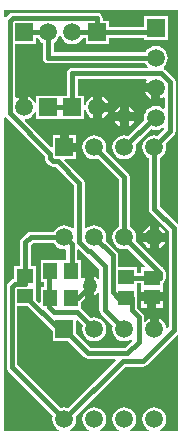
<source format=gbl>
G04 Layer_Physical_Order=2*
G04 Layer_Color=16711680*
%FSAX24Y24*%
%MOIN*%
G70*
G01*
G75*
%ADD10R,0.0591X0.0591*%
%ADD11C,0.0591*%
%ADD12R,0.0591X0.0591*%
%ADD13C,0.0591*%
%ADD14C,0.0500*%
%ADD15R,0.0453X0.0532*%
%ADD16R,0.0532X0.0453*%
%ADD17R,0.0551X0.0512*%
%ADD18C,0.0157*%
G36*
X005800Y006952D02*
X005750Y006931D01*
X005182Y007499D01*
Y009123D01*
X005199Y009130D01*
X005282Y009193D01*
X005345Y009276D01*
X005385Y009372D01*
X005399Y009475D01*
X005385Y009578D01*
X005378Y009596D01*
X005653Y009870D01*
X005653Y009870D01*
X005692Y009930D01*
X005706Y009999D01*
X005706Y009999D01*
Y011646D01*
X005706Y011646D01*
X005692Y011716D01*
X005653Y011775D01*
X005653Y011775D01*
X005367Y012061D01*
X005318Y012094D01*
X005306Y012148D01*
X005332Y012168D01*
X005395Y012251D01*
X005435Y012347D01*
X005449Y012450D01*
X005435Y012553D01*
X005395Y012649D01*
X005332Y012732D01*
X005249Y012795D01*
X005153Y012835D01*
X005050Y012849D01*
X004947Y012835D01*
X004851Y012795D01*
X004768Y012732D01*
X004705Y012649D01*
X004698Y012632D01*
X001641D01*
Y012948D01*
X001658Y012955D01*
X001741Y013018D01*
X001804Y013101D01*
X001836Y013178D01*
X001890D01*
X001922Y013101D01*
X001986Y013018D01*
X002068Y012955D01*
X002164Y012915D01*
X002268Y012901D01*
X002371Y012915D01*
X002467Y012955D01*
X002549Y013018D01*
X002613Y013101D01*
X002620Y013118D01*
X002705D01*
Y012905D01*
X003495D01*
Y013118D01*
X004655D01*
Y013055D01*
X005445D01*
Y013845D01*
X004655D01*
Y013482D01*
X003495D01*
Y013695D01*
X003282D01*
Y013750D01*
X003282Y013750D01*
X003268Y013820D01*
X003229Y013879D01*
X003229Y013879D01*
X003205Y013903D01*
X003146Y013942D01*
X003076Y013956D01*
X003076Y013956D01*
X000281D01*
X000281Y013956D01*
X000211Y013942D01*
X000152Y013903D01*
X000152Y013903D01*
X000050Y013801D01*
X000038Y013802D01*
X000000Y013818D01*
Y014050D01*
X005800D01*
Y006952D01*
D02*
G37*
G36*
X001113Y013101D02*
X001177Y013018D01*
X001259Y012955D01*
X001277Y012948D01*
Y012450D01*
X001290Y012380D01*
X001330Y012321D01*
X001389Y012282D01*
X001459Y012268D01*
X004698D01*
X004705Y012251D01*
X004768Y012168D01*
X004776Y012162D01*
X004760Y012115D01*
X002268D01*
X002198Y012101D01*
X002139Y012061D01*
X002099Y012002D01*
X002085Y011932D01*
Y011195D01*
X001872D01*
Y011195D01*
X001854D01*
Y011195D01*
X001063D01*
Y010965D01*
X001013Y010955D01*
X000995Y010999D01*
X000932Y011082D01*
X000849Y011145D01*
X000800Y011166D01*
Y010800D01*
X000500D01*
Y011166D01*
X000451Y011145D01*
X000408Y011113D01*
X000358Y011137D01*
Y012905D01*
X001045D01*
Y013118D01*
X001106D01*
X001113Y013101D01*
D02*
G37*
G36*
X004744Y011700D02*
X004705Y011649D01*
X004684Y011600D01*
X005050D01*
Y011450D01*
X005200D01*
Y011084D01*
X005249Y011105D01*
X005292Y011137D01*
X005342Y011113D01*
Y010787D01*
X005292Y010763D01*
X005249Y010795D01*
X005153Y010835D01*
X005050Y010849D01*
X004947Y010835D01*
X004851Y010795D01*
X004768Y010732D01*
X004705Y010649D01*
X004665Y010553D01*
X004651Y010450D01*
X004659Y010392D01*
X004120Y009853D01*
X004103Y009860D01*
X004000Y009874D01*
X003897Y009860D01*
X003801Y009821D01*
X003718Y009757D01*
X003655Y009675D01*
X003615Y009578D01*
X003601Y009475D01*
X003615Y009372D01*
X003655Y009276D01*
X003718Y009193D01*
X003801Y009130D01*
X003897Y009090D01*
X004000Y009077D01*
X004103Y009090D01*
X004199Y009130D01*
X004282Y009193D01*
X004345Y009276D01*
X004385Y009372D01*
X004399Y009475D01*
X004385Y009578D01*
X004378Y009596D01*
X004877Y010094D01*
X004947Y010065D01*
X005050Y010051D01*
X005153Y010065D01*
X005249Y010105D01*
X005284Y010131D01*
X005329Y010110D01*
X005334Y010067D01*
X005120Y009853D01*
X005103Y009860D01*
X005000Y009874D01*
X004897Y009860D01*
X004801Y009821D01*
X004718Y009757D01*
X004655Y009675D01*
X004615Y009578D01*
X004601Y009475D01*
X004615Y009372D01*
X004655Y009276D01*
X004718Y009193D01*
X004801Y009130D01*
X004818Y009123D01*
Y007423D01*
X004818Y007423D01*
X004832Y007354D01*
X004871Y007294D01*
X005472Y006693D01*
Y003470D01*
X005438Y003442D01*
X005391Y003459D01*
X005385Y003503D01*
X005345Y003599D01*
X005282Y003682D01*
X005199Y003745D01*
X005150Y003766D01*
Y003400D01*
X004850D01*
Y003766D01*
X004801Y003745D01*
X004718Y003682D01*
X004704Y003663D01*
X004656Y003679D01*
Y003820D01*
X004656Y003820D01*
X004642Y003890D01*
X004603Y003949D01*
X004432Y004120D01*
Y004456D01*
X004418Y004525D01*
X004416Y004529D01*
Y004782D01*
X004416D01*
Y004818D01*
X004416D01*
Y004933D01*
X004542D01*
Y004759D01*
Y004635D01*
X005293D01*
Y004759D01*
Y004962D01*
X005329Y004986D01*
X005368Y005045D01*
X005382Y005115D01*
Y005275D01*
X005368Y005345D01*
X005329Y005404D01*
X005329Y005404D01*
X005293Y005440D01*
Y005471D01*
X005262D01*
X004378Y006355D01*
X004385Y006372D01*
X004399Y006475D01*
X004385Y006578D01*
X004345Y006675D01*
X004282Y006757D01*
X004199Y006821D01*
X004182Y006828D01*
Y008475D01*
X004182Y008475D01*
X004168Y008545D01*
X004129Y008604D01*
X004129Y008604D01*
X003378Y009355D01*
X003385Y009372D01*
X003399Y009475D01*
X003385Y009578D01*
X003345Y009675D01*
X003282Y009757D01*
X003199Y009821D01*
X003103Y009860D01*
X003000Y009874D01*
X002897Y009860D01*
X002801Y009821D01*
X002718Y009757D01*
X002655Y009675D01*
X002615Y009578D01*
X002601Y009475D01*
X002615Y009372D01*
X002655Y009276D01*
X002718Y009193D01*
X002801Y009130D01*
X002897Y009090D01*
X003000Y009077D01*
X003103Y009090D01*
X003120Y009097D01*
X003818Y008400D01*
Y006828D01*
X003801Y006821D01*
X003718Y006757D01*
X003655Y006675D01*
X003615Y006578D01*
X003601Y006475D01*
X003615Y006372D01*
X003655Y006276D01*
X003718Y006193D01*
X003801Y006130D01*
X003897Y006090D01*
X004000Y006077D01*
X004103Y006090D01*
X004120Y006097D01*
X004700Y005517D01*
X004681Y005471D01*
X004542D01*
Y005297D01*
X004416D01*
Y005471D01*
X003790D01*
Y005868D01*
X003776Y005938D01*
X003736Y005997D01*
X003736Y005997D01*
X003378Y006355D01*
X003385Y006372D01*
X003399Y006475D01*
X003385Y006578D01*
X003345Y006675D01*
X003282Y006757D01*
X003199Y006821D01*
X003103Y006860D01*
X003000Y006874D01*
X002897Y006860D01*
X002801Y006821D01*
X002732Y006768D01*
X002682Y006787D01*
Y008280D01*
X002682Y008280D01*
X002668Y008349D01*
X002629Y008409D01*
X002629Y008409D01*
X002004Y009034D01*
X002023Y009080D01*
X002395D01*
Y009325D01*
X002000D01*
Y009475D01*
X001850D01*
Y009871D01*
X001605D01*
Y009498D01*
X001559Y009479D01*
X000682Y010355D01*
X000700Y010408D01*
X000753Y010415D01*
X000849Y010455D01*
X000932Y010518D01*
X000995Y010601D01*
X001013Y010645D01*
X001063Y010635D01*
Y010405D01*
X001854D01*
Y010405D01*
X001872D01*
Y010405D01*
X002663D01*
Y010709D01*
X002713Y010713D01*
X002715Y010697D01*
X002755Y010601D01*
X002818Y010518D01*
X002901Y010455D01*
X002950Y010434D01*
Y010800D01*
Y011166D01*
X002901Y011145D01*
X002818Y011082D01*
X002755Y010999D01*
X002715Y010903D01*
X002713Y010887D01*
X002663Y010891D01*
Y011195D01*
X002450D01*
Y011750D01*
X004719D01*
X004744Y011700D01*
D02*
G37*
G36*
X001344Y009178D02*
Y009106D01*
X001344Y009106D01*
X001358Y009036D01*
X001397Y008977D01*
X001502Y008872D01*
X001502Y008872D01*
X001561Y008833D01*
X001631Y008819D01*
X001631Y008819D01*
X001703D01*
X002318Y008204D01*
Y006787D01*
X002268Y006768D01*
X002199Y006821D01*
X002103Y006860D01*
X002000Y006874D01*
X001897Y006860D01*
X001801Y006821D01*
X001718Y006757D01*
X001655Y006675D01*
X001648Y006658D01*
X000875D01*
X000875Y006658D01*
X000806Y006644D01*
X000746Y006604D01*
X000571Y006429D01*
X000532Y006370D01*
X000518Y006300D01*
X000518Y006300D01*
Y005521D01*
X000334D01*
Y005088D01*
X000290Y005079D01*
X000231Y005039D01*
X000231Y005039D01*
X000127Y004935D01*
X000087Y004876D01*
X000073Y004806D01*
X000073Y004806D01*
Y002144D01*
X000073Y002144D01*
X000087Y002075D01*
X000127Y002016D01*
X001622Y000520D01*
X001615Y000503D01*
X001601Y000400D01*
X001615Y000297D01*
X001655Y000201D01*
X001718Y000118D01*
X001801Y000055D01*
X001812Y000050D01*
X001802Y000000D01*
X000000D01*
Y010455D01*
X000038Y010471D01*
X000050Y010472D01*
X001344Y009178D01*
D02*
G37*
G36*
X001655Y006276D02*
X001718Y006193D01*
X001801Y006130D01*
X001897Y006090D01*
X002000Y006077D01*
X002023Y006080D01*
X002060Y006047D01*
Y005716D01*
X001901D01*
Y005716D01*
X001865D01*
Y005716D01*
X001212D01*
Y004984D01*
X001318D01*
Y004816D01*
X001212D01*
Y004317D01*
X001166Y004298D01*
X001066Y004397D01*
Y004832D01*
X001066Y004832D01*
Y004868D01*
X001066D01*
X001066Y004882D01*
Y005521D01*
X000882D01*
Y006225D01*
X000951Y006293D01*
X001648D01*
X001655Y006276D01*
D02*
G37*
G36*
X002675Y005872D02*
X002675Y005872D01*
X002734Y005833D01*
X002766Y005827D01*
X003166Y005426D01*
Y005096D01*
X003116Y005079D01*
X003100Y005100D01*
X003027Y005156D01*
X003000Y005167D01*
Y004850D01*
Y004533D01*
X003027Y004544D01*
X003100Y004600D01*
X003116Y004621D01*
X003166Y004604D01*
Y004052D01*
X003166Y004052D01*
X003180Y003982D01*
X003219Y003923D01*
X003622Y003520D01*
X003615Y003503D01*
X003601Y003400D01*
X003615Y003297D01*
X003655Y003201D01*
X003718Y003118D01*
X003801Y003055D01*
X003897Y003015D01*
X004000Y003001D01*
X004103Y003015D01*
X004199Y003055D01*
X004206Y003060D01*
X004260Y003038D01*
X004263Y003021D01*
X004025Y002782D01*
X002875D01*
X002395Y003262D01*
Y003682D01*
X002441Y003701D01*
X002622Y003520D01*
X002615Y003503D01*
X002601Y003400D01*
X002615Y003297D01*
X002655Y003201D01*
X002718Y003118D01*
X002801Y003055D01*
X002897Y003015D01*
X003000Y003001D01*
X003103Y003015D01*
X003199Y003055D01*
X003282Y003118D01*
X003345Y003201D01*
X003385Y003297D01*
X003399Y003400D01*
X003385Y003503D01*
X003345Y003599D01*
X003282Y003682D01*
X003199Y003745D01*
X003103Y003785D01*
X003000Y003799D01*
X002897Y003785D01*
X002880Y003778D01*
X002554Y004104D01*
Y004304D01*
X002579Y004321D01*
X002700Y004442D01*
Y004850D01*
Y005167D01*
X002673Y005156D01*
X002604Y005102D01*
X002581Y005106D01*
X002554Y005115D01*
Y005716D01*
X002425D01*
Y006057D01*
X002471Y006076D01*
X002675Y005872D01*
D02*
G37*
G36*
X005800Y003201D02*
Y000000D01*
X005198D01*
X005188Y000050D01*
X005199Y000055D01*
X005282Y000118D01*
X005345Y000201D01*
X005385Y000297D01*
X005399Y000400D01*
X005385Y000503D01*
X005345Y000599D01*
X005282Y000682D01*
X005199Y000745D01*
X005103Y000785D01*
X005000Y000799D01*
X004897Y000785D01*
X004801Y000745D01*
X004718Y000682D01*
X004655Y000599D01*
X004615Y000503D01*
X004601Y000400D01*
X004615Y000297D01*
X004655Y000201D01*
X004718Y000118D01*
X004801Y000055D01*
X004812Y000050D01*
X004802Y000000D01*
X004198D01*
X004188Y000050D01*
X004199Y000055D01*
X004282Y000118D01*
X004345Y000201D01*
X004385Y000297D01*
X004399Y000400D01*
X004385Y000503D01*
X004345Y000599D01*
X004282Y000682D01*
X004199Y000745D01*
X004103Y000785D01*
X004000Y000799D01*
X003897Y000785D01*
X003801Y000745D01*
X003718Y000682D01*
X003655Y000599D01*
X003615Y000503D01*
X003601Y000400D01*
X003615Y000297D01*
X003655Y000201D01*
X003718Y000118D01*
X003801Y000055D01*
X003812Y000050D01*
X003802Y000000D01*
X003198D01*
X003188Y000050D01*
X003199Y000055D01*
X003282Y000118D01*
X003345Y000201D01*
X003385Y000297D01*
X003399Y000400D01*
X003385Y000503D01*
X003345Y000599D01*
X003282Y000682D01*
X003199Y000745D01*
X003103Y000785D01*
X003000Y000799D01*
X002897Y000785D01*
X002801Y000745D01*
X002718Y000682D01*
X002655Y000599D01*
X002615Y000503D01*
X002601Y000400D01*
X002615Y000297D01*
X002655Y000201D01*
X002718Y000118D01*
X002801Y000055D01*
X002812Y000050D01*
X002802Y000000D01*
X002198D01*
X002188Y000050D01*
X002199Y000055D01*
X002282Y000118D01*
X002345Y000201D01*
X002385Y000297D01*
X002399Y000400D01*
X002385Y000503D01*
X002378Y000520D01*
X004018Y002160D01*
X004613D01*
X004613Y002160D01*
X004683Y002174D01*
X004742Y002214D01*
X005750Y003222D01*
X005800Y003201D01*
D02*
G37*
G36*
X001605Y003343D02*
Y003005D01*
X002138D01*
X002671Y002471D01*
X002671Y002471D01*
X002730Y002432D01*
X002800Y002418D01*
X002800Y002418D01*
X003695D01*
X003714Y002372D01*
X002120Y000778D01*
X002103Y000785D01*
X002000Y000799D01*
X001897Y000785D01*
X001880Y000778D01*
X000438Y002220D01*
Y004179D01*
X000769D01*
X001605Y003343D01*
D02*
G37*
%LPC*%
G36*
X004900Y011300D02*
X004684D01*
X004705Y011251D01*
X004768Y011168D01*
X004851Y011105D01*
X004900Y011084D01*
Y011300D01*
D02*
G37*
G36*
X003250Y011166D02*
Y010950D01*
X003466D01*
X003445Y010999D01*
X003382Y011082D01*
X003299Y011145D01*
X003250Y011166D01*
D02*
G37*
G36*
X004150Y010817D02*
Y010650D01*
X004317D01*
X004306Y010677D01*
X004250Y010750D01*
X004177Y010806D01*
X004150Y010817D01*
D02*
G37*
G36*
X003850D02*
X003823Y010806D01*
X003750Y010750D01*
X003694Y010677D01*
X003683Y010650D01*
X003850D01*
Y010817D01*
D02*
G37*
G36*
X003466Y010650D02*
X003250D01*
Y010434D01*
X003299Y010455D01*
X003382Y010518D01*
X003445Y010601D01*
X003466Y010650D01*
D02*
G37*
G36*
X004317Y010350D02*
X004150D01*
Y010183D01*
X004177Y010194D01*
X004250Y010250D01*
X004306Y010323D01*
X004317Y010350D01*
D02*
G37*
G36*
X003850D02*
X003683D01*
X003694Y010323D01*
X003750Y010250D01*
X003823Y010194D01*
X003850Y010183D01*
Y010350D01*
D02*
G37*
G36*
X002395Y009871D02*
X002150D01*
Y009625D01*
X002395D01*
Y009871D01*
D02*
G37*
G36*
X005150Y006841D02*
Y006625D01*
X005366D01*
X005345Y006675D01*
X005282Y006757D01*
X005199Y006821D01*
X005150Y006841D01*
D02*
G37*
G36*
X004850D02*
X004801Y006821D01*
X004718Y006757D01*
X004655Y006675D01*
X004634Y006625D01*
X004850D01*
Y006841D01*
D02*
G37*
G36*
X005366Y006325D02*
X005150D01*
Y006110D01*
X005199Y006130D01*
X005282Y006193D01*
X005345Y006276D01*
X005366Y006325D01*
D02*
G37*
G36*
X004850D02*
X004634D01*
X004655Y006276D01*
X004718Y006193D01*
X004801Y006130D01*
X004850Y006110D01*
Y006325D01*
D02*
G37*
G36*
X005293Y004335D02*
X005068D01*
Y004129D01*
X005293D01*
Y004335D01*
D02*
G37*
G36*
X004768D02*
X004542D01*
Y004129D01*
X004768D01*
Y004335D01*
D02*
G37*
%LPD*%
D10*
X005050Y013450D02*
D03*
X001459Y010800D02*
D03*
X002268D02*
D03*
X003100Y013300D02*
D03*
X000650D02*
D03*
D11*
X005050Y012450D02*
D03*
Y011450D02*
D03*
Y010450D02*
D03*
X001459Y013300D02*
D03*
X002268D02*
D03*
X003100Y010800D02*
D03*
X000650D02*
D03*
D12*
X002000Y009475D02*
D03*
Y003400D02*
D03*
D13*
X003000Y009475D02*
D03*
X004000D02*
D03*
X005000D02*
D03*
X002000Y006475D02*
D03*
X003000D02*
D03*
X004000D02*
D03*
X005000D02*
D03*
X003000Y003400D02*
D03*
X004000D02*
D03*
X005000D02*
D03*
X002000Y000400D02*
D03*
X003000D02*
D03*
X004000D02*
D03*
X005000D02*
D03*
D14*
X002850Y004850D02*
D03*
X004000Y010500D02*
D03*
D15*
X002227Y005350D02*
D03*
X001538D02*
D03*
Y004450D02*
D03*
X002227D02*
D03*
D16*
X000700Y004506D02*
D03*
Y005194D02*
D03*
X004050Y005144D02*
D03*
Y004456D02*
D03*
D17*
X004918Y005115D02*
D03*
Y004485D02*
D03*
D18*
X005000Y009475D02*
X005524Y009999D01*
Y011646D01*
X005238Y011932D02*
X005524Y011646D01*
X002268Y011932D02*
X005238D01*
X002268Y010800D02*
Y011932D01*
X001459Y012450D02*
X005050D01*
X001459D02*
Y013300D01*
X002450Y004450D02*
X002850Y004850D01*
X002227Y004450D02*
X002450D01*
X003348Y004052D02*
X004000Y003400D01*
X003000Y006475D02*
X003607Y005868D01*
Y005447D02*
Y005868D01*
X003606Y004644D02*
Y005445D01*
Y004644D02*
X003794Y004456D01*
X003348Y004052D02*
Y005502D01*
X002849Y006001D02*
X003348Y005502D01*
X003606Y005445D02*
X003607Y005447D01*
X005000Y007423D02*
Y009475D01*
Y007423D02*
X005654Y006769D01*
Y003384D02*
Y006769D01*
X004613Y002343D02*
X005654Y003384D01*
X003943Y002343D02*
X004613D01*
X002000Y000400D02*
X003943Y002343D01*
X004975Y010450D02*
X005050D01*
X004000Y009475D02*
X004975Y010450D01*
X002500Y006305D02*
Y008280D01*
Y006305D02*
X002804Y006001D01*
X002849D01*
X001500Y005244D02*
X001606Y005350D01*
X001500Y004150D02*
Y005244D01*
Y004150D02*
X001661Y003989D01*
X002411D01*
X000700Y006300D02*
X000875Y006475D01*
X000700Y005194D02*
Y006300D01*
X000875Y006475D02*
X002000D01*
X002411Y003989D02*
X003000Y003400D01*
X001806D02*
X002000D01*
X000700Y004506D02*
X001806Y003400D01*
X000360Y004911D02*
X000700D01*
X000256Y002144D02*
X002000Y000400D01*
X000256Y002144D02*
Y004806D01*
X000360Y004911D01*
X000700D02*
Y005194D01*
X002243Y005350D02*
Y006233D01*
Y005350D02*
X002294D01*
X002000Y006475D02*
X002243Y006233D01*
X000176Y010604D02*
X001526Y009254D01*
Y009106D02*
Y009254D01*
Y009106D02*
X001631Y009001D01*
X001778D01*
X002500Y008280D01*
X003100Y013300D02*
Y013750D01*
X003076Y013774D02*
X003100Y013750D01*
X000281Y013774D02*
X003076D01*
X000176Y013669D02*
X000281Y013774D01*
X000176Y010604D02*
Y013669D01*
X004250Y004044D02*
Y004456D01*
Y004044D02*
X004474Y003820D01*
Y002974D02*
Y003820D01*
X004100Y002600D02*
X004474Y002974D01*
X002800Y002600D02*
X004100D01*
X002000Y003400D02*
X002800Y002600D01*
X002856Y003400D02*
X003000D01*
X004000Y006475D02*
X005200Y005275D01*
Y005115D02*
Y005275D01*
X003794Y004456D02*
X004250D01*
Y005144D02*
X004280Y005115D01*
X005200D01*
X004000Y006475D02*
Y008475D01*
X003000Y009475D02*
X004000Y008475D01*
X001459Y010800D02*
X002268D01*
X004900Y013300D02*
X005050Y013450D01*
X003100Y013300D02*
X004900D01*
X002268D02*
X003100D01*
X000650D02*
X001459D01*
M02*

</source>
